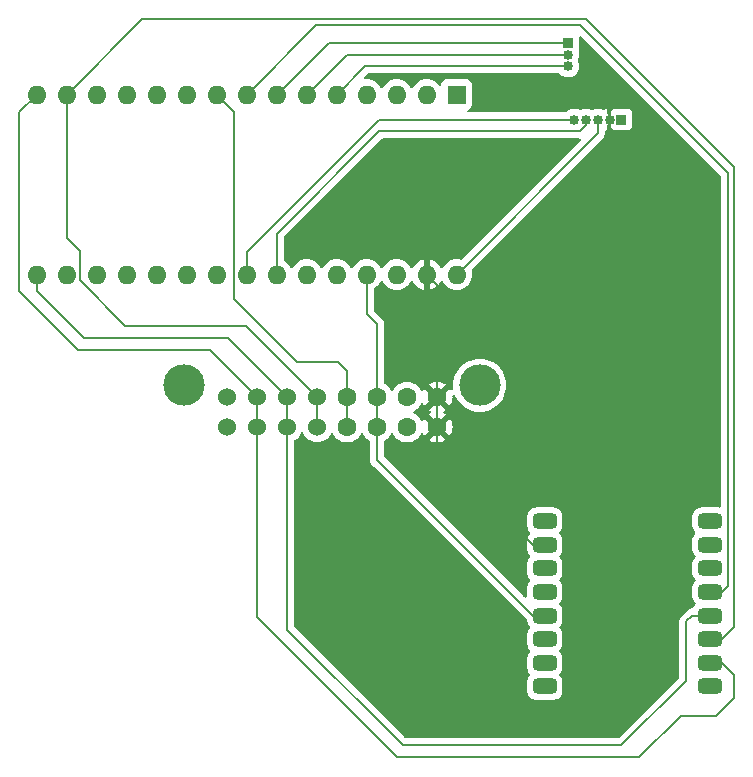
<source format=gbr>
%TF.GenerationSoftware,KiCad,Pcbnew,8.0.1*%
%TF.CreationDate,2024-06-07T19:00:36+02:00*%
%TF.ProjectId,PCB_Plaque_Basse,5043425f-506c-4617-9175-655f42617373,rev?*%
%TF.SameCoordinates,Original*%
%TF.FileFunction,Copper,L1,Top*%
%TF.FilePolarity,Positive*%
%FSLAX46Y46*%
G04 Gerber Fmt 4.6, Leading zero omitted, Abs format (unit mm)*
G04 Created by KiCad (PCBNEW 8.0.1) date 2024-06-07 19:00:36*
%MOMM*%
%LPD*%
G01*
G04 APERTURE LIST*
G04 Aperture macros list*
%AMRoundRect*
0 Rectangle with rounded corners*
0 $1 Rounding radius*
0 $2 $3 $4 $5 $6 $7 $8 $9 X,Y pos of 4 corners*
0 Add a 4 corners polygon primitive as box body*
4,1,4,$2,$3,$4,$5,$6,$7,$8,$9,$2,$3,0*
0 Add four circle primitives for the rounded corners*
1,1,$1+$1,$2,$3*
1,1,$1+$1,$4,$5*
1,1,$1+$1,$6,$7*
1,1,$1+$1,$8,$9*
0 Add four rect primitives between the rounded corners*
20,1,$1+$1,$2,$3,$4,$5,0*
20,1,$1+$1,$4,$5,$6,$7,0*
20,1,$1+$1,$6,$7,$8,$9,0*
20,1,$1+$1,$8,$9,$2,$3,0*%
G04 Aperture macros list end*
%TA.AperFunction,ComponentPad*%
%ADD10R,1.600000X1.600000*%
%TD*%
%TA.AperFunction,ComponentPad*%
%ADD11O,1.600000X1.600000*%
%TD*%
%TA.AperFunction,ComponentPad*%
%ADD12R,0.850000X0.850000*%
%TD*%
%TA.AperFunction,ComponentPad*%
%ADD13O,0.850000X0.850000*%
%TD*%
%TA.AperFunction,WasherPad*%
%ADD14C,3.500000*%
%TD*%
%TA.AperFunction,ComponentPad*%
%ADD15C,1.600000*%
%TD*%
%TA.AperFunction,ComponentPad*%
%ADD16C,1.524000*%
%TD*%
%TA.AperFunction,SMDPad,CuDef*%
%ADD17RoundRect,0.325000X0.675000X0.325000X-0.675000X0.325000X-0.675000X-0.325000X0.675000X-0.325000X0*%
%TD*%
%TA.AperFunction,Conductor*%
%ADD18C,0.200000*%
%TD*%
G04 APERTURE END LIST*
D10*
%TO.P,Arduino_Nano1,1,TxD*%
%TO.N,unconnected-(Arduino_Nano1-TxD-Pad1)*%
X148880000Y-64640000D03*
D11*
%TO.P,Arduino_Nano1,2,RxD*%
%TO.N,unconnected-(Arduino_Nano1-RxD-Pad2)*%
X146340000Y-64640000D03*
%TO.P,Arduino_Nano1,3,Reset*%
%TO.N,unconnected-(Arduino_Nano1-Reset-Pad3)*%
X143800000Y-64640000D03*
%TO.P,Arduino_Nano1,4,GND*%
%TO.N,unconnected-(Arduino_Nano1-GND-Pad4)*%
X141260000Y-64640000D03*
%TO.P,Arduino_Nano1,5,D2*%
%TO.N,Net-(Arduino_Nano1-D2)*%
X138720000Y-64640000D03*
%TO.P,Arduino_Nano1,6,D3*%
%TO.N,Net-(Arduino_Nano1-D3)*%
X136180000Y-64640000D03*
%TO.P,Arduino_Nano1,7,D4*%
%TO.N,Net-(Arduino_Nano1-D4)*%
X133640000Y-64640000D03*
%TO.P,Arduino_Nano1,8,D5*%
%TO.N,Net-(Arduino_Nano1-D5)*%
X131100000Y-64640000D03*
%TO.P,Arduino_Nano1,9,D6*%
%TO.N,Net-(Arduino_Nano1-D6)*%
X128560000Y-64640000D03*
%TO.P,Arduino_Nano1,10,D7*%
%TO.N,unconnected-(Arduino_Nano1-D7-Pad10)*%
X126020000Y-64640000D03*
%TO.P,Arduino_Nano1,11,D8*%
%TO.N,unconnected-(Arduino_Nano1-D8-Pad11)*%
X123480000Y-64640000D03*
%TO.P,Arduino_Nano1,12,D9*%
%TO.N,unconnected-(Arduino_Nano1-D9-Pad12)*%
X120940000Y-64640000D03*
%TO.P,Arduino_Nano1,13,D10*%
%TO.N,unconnected-(Arduino_Nano1-D10-Pad13)*%
X118400000Y-64640000D03*
%TO.P,Arduino_Nano1,14,D11*%
%TO.N,Net-(Arduino_Nano1-D11)*%
X115860000Y-64640000D03*
%TO.P,Arduino_Nano1,15,D12*%
%TO.N,Net-(Arduino_Nano1-D12)*%
X113320000Y-64640000D03*
%TO.P,Arduino_Nano1,16,D13*%
%TO.N,Net-(Arduino_Nano1-D13)*%
X113320000Y-79880000D03*
%TO.P,Arduino_Nano1,17,3V3*%
%TO.N,unconnected-(Arduino_Nano1-3V3-Pad17)*%
X115860000Y-79880000D03*
%TO.P,Arduino_Nano1,18,Aref*%
%TO.N,unconnected-(Arduino_Nano1-Aref-Pad18)*%
X118400000Y-79880000D03*
%TO.P,Arduino_Nano1,19,A0*%
%TO.N,unconnected-(Arduino_Nano1-A0-Pad19)*%
X120940000Y-79880000D03*
%TO.P,Arduino_Nano1,20,A1*%
%TO.N,unconnected-(Arduino_Nano1-A1-Pad20)*%
X123480000Y-79880000D03*
%TO.P,Arduino_Nano1,21,A2*%
%TO.N,unconnected-(Arduino_Nano1-A2-Pad21)*%
X126020000Y-79880000D03*
%TO.P,Arduino_Nano1,22,A3*%
%TO.N,unconnected-(Arduino_Nano1-A3-Pad22)*%
X128560000Y-79880000D03*
%TO.P,Arduino_Nano1,23,A4*%
%TO.N,Net-(Arduino_Nano1-A4)*%
X131100000Y-79880000D03*
%TO.P,Arduino_Nano1,24,A5*%
%TO.N,Net-(Arduino_Nano1-A5)*%
X133640000Y-79880000D03*
%TO.P,Arduino_Nano1,25,A6*%
%TO.N,unconnected-(Arduino_Nano1-A6-Pad25)*%
X136180000Y-79880000D03*
%TO.P,Arduino_Nano1,26,A7*%
%TO.N,unconnected-(Arduino_Nano1-A7-Pad26)*%
X138720000Y-79880000D03*
%TO.P,Arduino_Nano1,27,5V*%
%TO.N,Net-(Arduino_Nano1-5V)*%
X141260000Y-79880000D03*
%TO.P,Arduino_Nano1,28,Reset*%
%TO.N,unconnected-(Arduino_Nano1-Reset-Pad28)*%
X143800000Y-79880000D03*
%TO.P,Arduino_Nano1,29,GND*%
%TO.N,Net-(Inter_plaques1-GND)*%
X146340000Y-79880000D03*
%TO.P,Arduino_Nano1,30,Vin*%
%TO.N,Net-(Arduino_Nano1-Vin)*%
X148880000Y-79880000D03*
%TD*%
D12*
%TO.P,Inter_plaques1,1,5V*%
%TO.N,Net-(Arduino_Nano1-5V)*%
X162830000Y-66750000D03*
D13*
%TO.P,Inter_plaques1,2,GND*%
%TO.N,Net-(Inter_plaques1-GND)*%
X161830000Y-66750000D03*
%TO.P,Inter_plaques1,3,Vin*%
%TO.N,Net-(Arduino_Nano1-Vin)*%
X160830000Y-66750000D03*
%TO.P,Inter_plaques1,4,A5*%
%TO.N,Net-(Arduino_Nano1-A5)*%
X159830000Y-66750000D03*
%TO.P,Inter_plaques1,5,A4*%
%TO.N,Net-(Arduino_Nano1-A4)*%
X158830000Y-66750000D03*
%TD*%
D14*
%TO.P,Module_SD1,*%
%TO.N,*%
X125830000Y-89250000D03*
X150830000Y-89250000D03*
D15*
%TO.P,Module_SD1,1,GND*%
%TO.N,Net-(Inter_plaques1-GND)*%
X147220000Y-92790000D03*
X147220000Y-90250000D03*
%TO.P,Module_SD1,2,3V3*%
%TO.N,unconnected-(Module_SD1-3V3-Pad2)*%
X144680000Y-92790000D03*
X144680000Y-90250000D03*
%TO.P,Module_SD1,3,5V*%
%TO.N,Net-(Arduino_Nano1-5V)*%
X142140000Y-92790000D03*
X142140000Y-90250000D03*
%TO.P,Module_SD1,4,CS*%
%TO.N,Net-(Arduino_Nano1-D6)*%
X139600000Y-92790000D03*
X139600000Y-90250000D03*
D16*
%TO.P,Module_SD1,5,MOSI*%
%TO.N,Net-(Arduino_Nano1-D11)*%
X137060000Y-92790000D03*
X137060000Y-90250000D03*
%TO.P,Module_SD1,6,SCK*%
%TO.N,Net-(Arduino_Nano1-D13)*%
X134520000Y-92790000D03*
X134520000Y-90250000D03*
%TO.P,Module_SD1,7,MISO*%
%TO.N,Net-(Arduino_Nano1-D12)*%
X131980000Y-92790000D03*
X131980000Y-90250000D03*
%TO.P,Module_SD1,8,GND*%
%TO.N,unconnected-(Module_SD1-GND-Pad8)_0*%
X129440000Y-92790000D03*
X129440000Y-90250000D03*
%TD*%
D12*
%TO.P,Inter_in_c1,1,Jack*%
%TO.N,Net-(Arduino_Nano1-D4)*%
X158330000Y-60250000D03*
D13*
%TO.P,Inter_in_c1,2,SW_1*%
%TO.N,Net-(Arduino_Nano1-D3)*%
X158330000Y-61250000D03*
%TO.P,Inter_in_c1,3,SW_2*%
%TO.N,Net-(Arduino_Nano1-D2)*%
X158330000Y-62250000D03*
%TD*%
D17*
%TO.P,Module_LORA1,1,DI02*%
%TO.N,unconnected-(Module_LORA1-DI02-Pad1)*%
X156330000Y-114750000D03*
%TO.P,Module_LORA1,2,DI01*%
%TO.N,unconnected-(Module_LORA1-DI01-Pad2)*%
X156330000Y-112750000D03*
%TO.P,Module_LORA1,3,DI00*%
%TO.N,unconnected-(Module_LORA1-DI00-Pad3)*%
X156330000Y-110750000D03*
%TO.P,Module_LORA1,4,VDD*%
%TO.N,Net-(Arduino_Nano1-5V)*%
X156330000Y-108750000D03*
%TO.P,Module_LORA1,5,DI04*%
%TO.N,unconnected-(Module_LORA1-DI04-Pad5)*%
X156330000Y-106750000D03*
%TO.P,Module_LORA1,6,DI03*%
%TO.N,unconnected-(Module_LORA1-DI03-Pad6)*%
X156330000Y-104750000D03*
%TO.P,Module_LORA1,7,GND*%
%TO.N,Net-(Inter_plaques1-GND)*%
X156330000Y-102750000D03*
%TO.P,Module_LORA1,8,ANT*%
%TO.N,unconnected-(Module_LORA1-ANT-Pad8)*%
X156330000Y-100750000D03*
%TO.P,Module_LORA1,9,GND*%
%TO.N,unconnected-(Module_LORA1-GND-Pad9)*%
X170330000Y-114750000D03*
%TO.P,Module_LORA1,10,MISO*%
%TO.N,Net-(Arduino_Nano1-D12)*%
X170330000Y-112750000D03*
%TO.P,Module_LORA1,11,MOSI*%
%TO.N,Net-(Arduino_Nano1-D11)*%
X170330000Y-110750000D03*
%TO.P,Module_LORA1,12,SCK*%
%TO.N,Net-(Arduino_Nano1-D13)*%
X170330000Y-108750000D03*
%TO.P,Module_LORA1,13,NSS*%
%TO.N,Net-(Arduino_Nano1-D5)*%
X170330000Y-106750000D03*
%TO.P,Module_LORA1,14,RST*%
%TO.N,unconnected-(Module_LORA1-RST-Pad14)*%
X170330000Y-104750000D03*
%TO.P,Module_LORA1,15,DI05*%
%TO.N,unconnected-(Module_LORA1-DI05-Pad15)*%
X170330000Y-102750000D03*
%TO.P,Module_LORA1,16,GND*%
%TO.N,unconnected-(Module_LORA1-GND-Pad16)*%
X170330000Y-100750000D03*
%TD*%
D18*
%TO.N,Net-(Arduino_Nano1-D2)*%
X141110000Y-62250000D02*
X138720000Y-64640000D01*
X158330000Y-62250000D02*
X141110000Y-62250000D01*
%TO.N,Net-(Arduino_Nano1-Vin)*%
X160830000Y-66750000D02*
X160830000Y-67930000D01*
X160830000Y-67930000D02*
X148880000Y-79880000D01*
%TO.N,Net-(Inter_plaques1-GND)*%
X147220000Y-80760000D02*
X146340000Y-79880000D01*
X147220000Y-90250000D02*
X147220000Y-80760000D01*
X156330000Y-102750000D02*
X155330000Y-102750000D01*
X147220000Y-94640000D02*
X147220000Y-92790000D01*
X147220000Y-92790000D02*
X147220000Y-90250000D01*
X155330000Y-102750000D02*
X147220000Y-94640000D01*
%TO.N,Net-(Arduino_Nano1-D4)*%
X158330000Y-60250000D02*
X138030000Y-60250000D01*
X138030000Y-60250000D02*
X133640000Y-64640000D01*
%TO.N,Net-(Arduino_Nano1-A5)*%
X133640000Y-76440000D02*
X133640000Y-79880000D01*
X159830000Y-67250000D02*
X159330000Y-67750000D01*
X142330000Y-67750000D02*
X133640000Y-76440000D01*
X159830000Y-66750000D02*
X159830000Y-67250000D01*
X159330000Y-67750000D02*
X142330000Y-67750000D01*
%TO.N,Net-(Arduino_Nano1-5V)*%
X142140000Y-90250000D02*
X142140000Y-84060000D01*
X142140000Y-95560000D02*
X155330000Y-108750000D01*
X142140000Y-92790000D02*
X142140000Y-95560000D01*
X142140000Y-90250000D02*
X142140000Y-92790000D01*
X155330000Y-108750000D02*
X156330000Y-108750000D01*
X141260000Y-83180000D02*
X141260000Y-79880000D01*
X142140000Y-84060000D02*
X141260000Y-83180000D01*
%TO.N,Net-(Arduino_Nano1-D12)*%
X172330000Y-115750000D02*
X172330000Y-113750000D01*
X111830000Y-81250000D02*
X111830000Y-66130000D01*
X131980000Y-90250000D02*
X131980000Y-92790000D01*
X143830000Y-120750000D02*
X164330000Y-120750000D01*
X164330000Y-120750000D02*
X167830000Y-117250000D01*
X111830000Y-66130000D02*
X113320000Y-64640000D01*
X167830000Y-117250000D02*
X170830000Y-117250000D01*
X131980000Y-108900000D02*
X143830000Y-120750000D01*
X172330000Y-113750000D02*
X171329999Y-112750000D01*
X116830000Y-86250000D02*
X111830000Y-81250000D01*
X131980000Y-90250000D02*
X127980000Y-86250000D01*
X131980000Y-92790000D02*
X131980000Y-108900000D01*
X127980000Y-86250000D02*
X116830000Y-86250000D01*
X171329999Y-112750000D02*
X170330000Y-112750000D01*
X170830000Y-117250000D02*
X172330000Y-115750000D01*
%TO.N,Net-(Arduino_Nano1-D5)*%
X171830000Y-71250000D02*
X171830000Y-106250000D01*
X136990000Y-58750000D02*
X159330000Y-58750000D01*
X159330000Y-58750000D02*
X171830000Y-71250000D01*
X170330000Y-106750000D02*
X171330000Y-106750000D01*
X131100000Y-64640000D02*
X136990000Y-58750000D01*
X171330000Y-106750000D02*
X171830000Y-106250000D01*
%TO.N,Net-(Arduino_Nano1-D13)*%
X144330000Y-119750000D02*
X162830000Y-119750000D01*
X168330000Y-114250000D02*
X168330000Y-109250000D01*
X168830000Y-108750000D02*
X170330000Y-108750000D01*
X162830000Y-119750000D02*
X168330000Y-114250000D01*
X117330000Y-85250000D02*
X113320000Y-81240000D01*
X134520000Y-90250000D02*
X129520000Y-85250000D01*
X113320000Y-81240000D02*
X113320000Y-79880000D01*
X134520000Y-109940000D02*
X144330000Y-119750000D01*
X134520000Y-92790000D02*
X134520000Y-90250000D01*
X129520000Y-85250000D02*
X117330000Y-85250000D01*
X168330000Y-109250000D02*
X168830000Y-108750000D01*
X134520000Y-92790000D02*
X134520000Y-109940000D01*
%TO.N,Net-(Arduino_Nano1-D11)*%
X172330000Y-109750000D02*
X171329999Y-110750000D01*
X131060000Y-84250000D02*
X137060000Y-90250000D01*
X120830000Y-84250000D02*
X131060000Y-84250000D01*
X171329999Y-110750000D02*
X170330000Y-110750000D01*
X122250000Y-58250000D02*
X159830000Y-58250000D01*
X115860000Y-64640000D02*
X122250000Y-58250000D01*
X115860000Y-76780000D02*
X116960000Y-77880000D01*
X116960000Y-77880000D02*
X116960000Y-80380000D01*
X172330000Y-70750000D02*
X172330000Y-109750000D01*
X115860000Y-64640000D02*
X115860000Y-76780000D01*
X137060000Y-90250000D02*
X137060000Y-92790000D01*
X116960000Y-80380000D02*
X120830000Y-84250000D01*
X159830000Y-58250000D02*
X172330000Y-70750000D01*
%TO.N,Net-(Arduino_Nano1-D3)*%
X139570000Y-61250000D02*
X136180000Y-64640000D01*
X158330000Y-61250000D02*
X139570000Y-61250000D01*
%TO.N,Net-(Arduino_Nano1-A4)*%
X158830000Y-66750000D02*
X142330000Y-66750000D01*
X142330000Y-66750000D02*
X131100000Y-77980000D01*
X131100000Y-77980000D02*
X131100000Y-79880000D01*
%TO.N,Net-(Arduino_Nano1-D6)*%
X139600000Y-92790000D02*
X139600000Y-90250000D01*
X139600000Y-88020000D02*
X139600000Y-90250000D01*
X130000000Y-81920000D02*
X135330000Y-87250000D01*
X128560000Y-64640000D02*
X130000000Y-66080000D01*
X130000000Y-66080000D02*
X130000000Y-81920000D01*
X135330000Y-87250000D02*
X138830000Y-87250000D01*
X138830000Y-87250000D02*
X139600000Y-88020000D01*
%TD*%
%TA.AperFunction,Conductor*%
%TO.N,Net-(Inter_plaques1-GND)*%
G36*
X159460702Y-59730383D02*
G01*
X159467180Y-59736415D01*
X171193181Y-71462416D01*
X171226666Y-71523739D01*
X171229500Y-71550097D01*
X171229500Y-99477162D01*
X171209815Y-99544201D01*
X171157011Y-99589956D01*
X171097113Y-99600878D01*
X171076787Y-99599500D01*
X171076784Y-99599500D01*
X169583216Y-99599500D01*
X169567089Y-99600593D01*
X169542897Y-99602234D01*
X169368649Y-99645567D01*
X169207790Y-99725346D01*
X169067841Y-99837840D01*
X169067840Y-99837841D01*
X168955346Y-99977790D01*
X168875567Y-100138649D01*
X168832234Y-100312897D01*
X168829500Y-100353218D01*
X168829500Y-101146781D01*
X168832234Y-101187102D01*
X168875567Y-101361350D01*
X168955346Y-101522209D01*
X169067840Y-101662158D01*
X169068001Y-101662319D01*
X169068067Y-101662440D01*
X169072053Y-101667399D01*
X169071164Y-101668112D01*
X169101486Y-101723642D01*
X169096502Y-101793334D01*
X169071533Y-101832183D01*
X169072053Y-101832601D01*
X169068126Y-101837486D01*
X169068001Y-101837681D01*
X169067840Y-101837841D01*
X168955346Y-101977790D01*
X168875567Y-102138649D01*
X168832234Y-102312897D01*
X168829500Y-102353218D01*
X168829500Y-103146781D01*
X168832234Y-103187102D01*
X168875567Y-103361350D01*
X168955346Y-103522209D01*
X169067840Y-103662158D01*
X169068001Y-103662319D01*
X169068067Y-103662440D01*
X169072053Y-103667399D01*
X169071164Y-103668112D01*
X169101486Y-103723642D01*
X169096502Y-103793334D01*
X169071533Y-103832183D01*
X169072053Y-103832601D01*
X169068126Y-103837486D01*
X169068001Y-103837681D01*
X169067840Y-103837841D01*
X168955346Y-103977790D01*
X168875567Y-104138649D01*
X168832234Y-104312897D01*
X168829500Y-104353218D01*
X168829500Y-105146781D01*
X168832234Y-105187102D01*
X168875567Y-105361350D01*
X168955346Y-105522209D01*
X169067840Y-105662158D01*
X169068001Y-105662319D01*
X169068067Y-105662440D01*
X169072053Y-105667399D01*
X169071164Y-105668112D01*
X169101486Y-105723642D01*
X169096502Y-105793334D01*
X169071533Y-105832183D01*
X169072053Y-105832601D01*
X169068126Y-105837486D01*
X169068001Y-105837681D01*
X169067840Y-105837841D01*
X168955346Y-105977790D01*
X168875567Y-106138649D01*
X168832234Y-106312897D01*
X168829500Y-106353218D01*
X168829500Y-107146781D01*
X168832234Y-107187102D01*
X168875567Y-107361350D01*
X168955346Y-107522209D01*
X169067840Y-107662158D01*
X169068001Y-107662319D01*
X169068067Y-107662440D01*
X169072053Y-107667399D01*
X169071164Y-107668112D01*
X169101486Y-107723642D01*
X169096502Y-107793334D01*
X169071533Y-107832183D01*
X169072053Y-107832601D01*
X169068126Y-107837486D01*
X169068001Y-107837681D01*
X169067840Y-107837841D01*
X168955346Y-107977790D01*
X168955344Y-107977793D01*
X168904361Y-108080593D01*
X168856940Y-108131906D01*
X168793273Y-108149499D01*
X168750943Y-108149499D01*
X168674579Y-108169961D01*
X168598214Y-108190423D01*
X168598209Y-108190426D01*
X168461290Y-108269475D01*
X168461282Y-108269481D01*
X167954217Y-108776546D01*
X167954214Y-108776548D01*
X167954215Y-108776549D01*
X167849478Y-108881286D01*
X167799361Y-108968094D01*
X167799359Y-108968096D01*
X167770425Y-109018209D01*
X167770424Y-109018210D01*
X167770423Y-109018215D01*
X167729499Y-109170943D01*
X167729499Y-109170945D01*
X167729499Y-109339046D01*
X167729500Y-109339059D01*
X167729500Y-113949902D01*
X167709815Y-114016941D01*
X167693181Y-114037583D01*
X162617584Y-119113181D01*
X162556261Y-119146666D01*
X162529903Y-119149500D01*
X144630097Y-119149500D01*
X144563058Y-119129815D01*
X144542416Y-119113181D01*
X135156819Y-109727584D01*
X135123334Y-109666261D01*
X135120500Y-109639903D01*
X135120500Y-93975304D01*
X135140185Y-93908265D01*
X135173375Y-93873730D01*
X135334620Y-93760826D01*
X135490826Y-93604620D01*
X135617534Y-93423662D01*
X135677618Y-93294811D01*
X135723790Y-93242371D01*
X135790983Y-93223219D01*
X135857865Y-93243435D01*
X135902382Y-93294811D01*
X135962464Y-93423658D01*
X135962468Y-93423666D01*
X136089170Y-93604615D01*
X136089175Y-93604621D01*
X136245378Y-93760824D01*
X136245384Y-93760829D01*
X136426333Y-93887531D01*
X136426335Y-93887532D01*
X136426338Y-93887534D01*
X136626550Y-93980894D01*
X136839932Y-94038070D01*
X136997123Y-94051822D01*
X137059998Y-94057323D01*
X137060000Y-94057323D01*
X137060002Y-94057323D01*
X137115017Y-94052509D01*
X137280068Y-94038070D01*
X137493450Y-93980894D01*
X137693662Y-93887534D01*
X137874620Y-93760826D01*
X138030826Y-93604620D01*
X138157534Y-93423662D01*
X138196654Y-93339767D01*
X138242826Y-93287328D01*
X138310019Y-93268176D01*
X138376900Y-93288391D01*
X138421416Y-93339765D01*
X138442107Y-93384135D01*
X138469431Y-93442732D01*
X138469432Y-93442734D01*
X138599954Y-93629141D01*
X138760858Y-93790045D01*
X138760861Y-93790047D01*
X138947266Y-93920568D01*
X139153504Y-94016739D01*
X139373308Y-94075635D01*
X139535230Y-94089801D01*
X139599998Y-94095468D01*
X139600000Y-94095468D01*
X139600002Y-94095468D01*
X139656673Y-94090509D01*
X139826692Y-94075635D01*
X140046496Y-94016739D01*
X140252734Y-93920568D01*
X140439139Y-93790047D01*
X140600047Y-93629139D01*
X140730568Y-93442734D01*
X140757618Y-93384724D01*
X140803790Y-93332285D01*
X140870983Y-93313133D01*
X140937865Y-93333348D01*
X140982382Y-93384725D01*
X141009429Y-93442728D01*
X141009432Y-93442734D01*
X141139954Y-93629141D01*
X141300858Y-93790045D01*
X141300861Y-93790047D01*
X141486624Y-93920118D01*
X141530248Y-93974693D01*
X141539500Y-94021692D01*
X141539500Y-95473330D01*
X141539499Y-95473348D01*
X141539499Y-95639054D01*
X141539498Y-95639054D01*
X141580423Y-95791785D01*
X141609358Y-95841900D01*
X141609359Y-95841904D01*
X141609360Y-95841904D01*
X141659479Y-95928714D01*
X141659481Y-95928717D01*
X141778349Y-96047585D01*
X141778355Y-96047590D01*
X154793223Y-109062458D01*
X154826708Y-109123781D01*
X154829316Y-109144690D01*
X154829358Y-109144688D01*
X154829408Y-109145429D01*
X154829470Y-109145924D01*
X154829498Y-109146757D01*
X154832234Y-109187102D01*
X154875567Y-109361350D01*
X154955346Y-109522209D01*
X155067840Y-109662158D01*
X155068001Y-109662319D01*
X155068067Y-109662440D01*
X155072053Y-109667399D01*
X155071164Y-109668112D01*
X155101486Y-109723642D01*
X155096502Y-109793334D01*
X155071533Y-109832183D01*
X155072053Y-109832601D01*
X155068126Y-109837486D01*
X155068001Y-109837681D01*
X155067840Y-109837841D01*
X154955346Y-109977790D01*
X154875567Y-110138649D01*
X154832234Y-110312897D01*
X154829500Y-110353218D01*
X154829500Y-111146781D01*
X154832234Y-111187102D01*
X154875567Y-111361350D01*
X154955346Y-111522209D01*
X155067840Y-111662158D01*
X155068001Y-111662319D01*
X155068067Y-111662440D01*
X155072053Y-111667399D01*
X155071164Y-111668112D01*
X155101486Y-111723642D01*
X155096502Y-111793334D01*
X155071533Y-111832183D01*
X155072053Y-111832601D01*
X155068126Y-111837486D01*
X155068001Y-111837681D01*
X155067840Y-111837841D01*
X154955346Y-111977790D01*
X154875567Y-112138649D01*
X154832234Y-112312897D01*
X154829500Y-112353218D01*
X154829500Y-113146781D01*
X154832234Y-113187102D01*
X154875567Y-113361350D01*
X154955346Y-113522209D01*
X155067839Y-113662157D01*
X155068001Y-113662319D01*
X155068067Y-113662440D01*
X155072053Y-113667399D01*
X155071164Y-113668112D01*
X155101486Y-113723642D01*
X155096502Y-113793334D01*
X155071533Y-113832183D01*
X155072053Y-113832601D01*
X155068126Y-113837486D01*
X155068001Y-113837681D01*
X155067840Y-113837841D01*
X154955346Y-113977790D01*
X154875567Y-114138649D01*
X154832234Y-114312897D01*
X154829500Y-114353218D01*
X154829500Y-115146781D01*
X154832234Y-115187102D01*
X154875567Y-115361350D01*
X154955346Y-115522209D01*
X154955347Y-115522210D01*
X155067841Y-115662159D01*
X155207790Y-115774653D01*
X155368651Y-115854433D01*
X155542900Y-115897766D01*
X155583216Y-115900500D01*
X155583218Y-115900500D01*
X157076782Y-115900500D01*
X157076784Y-115900500D01*
X157117100Y-115897766D01*
X157291349Y-115854433D01*
X157452210Y-115774653D01*
X157592159Y-115662159D01*
X157704653Y-115522210D01*
X157784433Y-115361349D01*
X157827766Y-115187100D01*
X157830500Y-115146784D01*
X157830500Y-114353216D01*
X157827766Y-114312900D01*
X157784433Y-114138651D01*
X157704653Y-113977790D01*
X157592159Y-113837841D01*
X157591999Y-113837681D01*
X157591932Y-113837559D01*
X157587947Y-113832601D01*
X157588835Y-113831887D01*
X157558514Y-113776358D01*
X157563498Y-113706666D01*
X157588466Y-113667816D01*
X157587947Y-113667399D01*
X157591873Y-113662513D01*
X157591999Y-113662319D01*
X157592161Y-113662157D01*
X157629059Y-113616252D01*
X157704653Y-113522210D01*
X157784433Y-113361349D01*
X157827766Y-113187100D01*
X157830500Y-113146784D01*
X157830500Y-112353216D01*
X157827766Y-112312900D01*
X157784433Y-112138651D01*
X157704653Y-111977790D01*
X157592159Y-111837841D01*
X157591999Y-111837681D01*
X157591932Y-111837559D01*
X157587947Y-111832601D01*
X157588835Y-111831887D01*
X157558514Y-111776358D01*
X157563498Y-111706666D01*
X157588466Y-111667816D01*
X157587947Y-111667399D01*
X157591873Y-111662513D01*
X157591999Y-111662319D01*
X157592154Y-111662162D01*
X157592159Y-111662159D01*
X157704653Y-111522210D01*
X157784433Y-111361349D01*
X157827766Y-111187100D01*
X157830500Y-111146784D01*
X157830500Y-110353216D01*
X157827766Y-110312900D01*
X157784433Y-110138651D01*
X157704653Y-109977790D01*
X157592159Y-109837841D01*
X157591999Y-109837681D01*
X157591932Y-109837559D01*
X157587947Y-109832601D01*
X157588835Y-109831887D01*
X157558514Y-109776358D01*
X157563498Y-109706666D01*
X157588466Y-109667816D01*
X157587947Y-109667399D01*
X157591873Y-109662513D01*
X157591999Y-109662319D01*
X157592154Y-109662162D01*
X157592159Y-109662159D01*
X157704653Y-109522210D01*
X157784433Y-109361349D01*
X157827766Y-109187100D01*
X157830500Y-109146784D01*
X157830500Y-108353216D01*
X157827766Y-108312900D01*
X157784433Y-108138651D01*
X157704653Y-107977790D01*
X157592159Y-107837841D01*
X157591999Y-107837681D01*
X157591932Y-107837559D01*
X157587947Y-107832601D01*
X157588835Y-107831887D01*
X157558514Y-107776358D01*
X157563498Y-107706666D01*
X157588466Y-107667816D01*
X157587947Y-107667399D01*
X157591873Y-107662513D01*
X157591999Y-107662319D01*
X157592154Y-107662162D01*
X157592159Y-107662159D01*
X157704653Y-107522210D01*
X157784433Y-107361349D01*
X157827766Y-107187100D01*
X157830500Y-107146784D01*
X157830500Y-106353216D01*
X157827766Y-106312900D01*
X157784433Y-106138651D01*
X157704653Y-105977790D01*
X157592159Y-105837841D01*
X157591999Y-105837681D01*
X157591932Y-105837559D01*
X157587947Y-105832601D01*
X157588835Y-105831887D01*
X157558514Y-105776358D01*
X157563498Y-105706666D01*
X157588466Y-105667816D01*
X157587947Y-105667399D01*
X157591873Y-105662513D01*
X157591999Y-105662319D01*
X157592154Y-105662162D01*
X157592159Y-105662159D01*
X157704653Y-105522210D01*
X157784433Y-105361349D01*
X157827766Y-105187100D01*
X157830500Y-105146784D01*
X157830500Y-104353216D01*
X157827766Y-104312900D01*
X157784433Y-104138651D01*
X157704653Y-103977790D01*
X157592159Y-103837841D01*
X157591643Y-103837325D01*
X157591428Y-103836932D01*
X157587947Y-103832601D01*
X157588722Y-103831977D01*
X157558158Y-103776002D01*
X157563142Y-103706310D01*
X157588110Y-103667460D01*
X157587591Y-103667043D01*
X157591517Y-103662157D01*
X157591643Y-103661963D01*
X157591803Y-103661802D01*
X157704229Y-103521938D01*
X157704231Y-103521935D01*
X157783958Y-103361180D01*
X157827267Y-103187034D01*
X157830000Y-103146741D01*
X157830000Y-102353258D01*
X157827267Y-102312965D01*
X157783958Y-102138819D01*
X157704231Y-101978064D01*
X157704229Y-101978061D01*
X157591803Y-101838197D01*
X157591643Y-101838037D01*
X157591576Y-101837915D01*
X157587591Y-101832957D01*
X157588479Y-101832243D01*
X157558158Y-101776714D01*
X157563142Y-101707022D01*
X157588382Y-101667748D01*
X157587947Y-101667399D01*
X157591239Y-101663303D01*
X157591643Y-101662675D01*
X157592153Y-101662163D01*
X157592159Y-101662159D01*
X157704653Y-101522210D01*
X157784433Y-101361349D01*
X157827766Y-101187100D01*
X157830500Y-101146784D01*
X157830500Y-100353216D01*
X157827766Y-100312900D01*
X157784433Y-100138651D01*
X157704653Y-99977790D01*
X157592159Y-99837841D01*
X157452210Y-99725347D01*
X157452209Y-99725346D01*
X157291350Y-99645567D01*
X157117102Y-99602234D01*
X157117103Y-99602234D01*
X157092910Y-99600593D01*
X157076784Y-99599500D01*
X155583216Y-99599500D01*
X155567089Y-99600593D01*
X155542897Y-99602234D01*
X155368649Y-99645567D01*
X155207790Y-99725346D01*
X155067841Y-99837840D01*
X155067840Y-99837841D01*
X154955346Y-99977790D01*
X154875567Y-100138649D01*
X154832234Y-100312897D01*
X154829500Y-100353218D01*
X154829500Y-101146781D01*
X154832234Y-101187102D01*
X154875567Y-101361350D01*
X154955346Y-101522209D01*
X155067840Y-101662158D01*
X155068356Y-101662674D01*
X155068570Y-101663066D01*
X155072053Y-101667399D01*
X155071276Y-101668022D01*
X155101841Y-101723997D01*
X155096857Y-101793689D01*
X155071892Y-101832541D01*
X155072409Y-101832957D01*
X155068506Y-101837812D01*
X155068374Y-101838018D01*
X155068204Y-101838187D01*
X154955770Y-101978061D01*
X154955768Y-101978064D01*
X154876041Y-102138819D01*
X154832732Y-102312965D01*
X154830000Y-102353258D01*
X154830000Y-103146741D01*
X154832732Y-103187034D01*
X154876041Y-103361180D01*
X154955768Y-103521935D01*
X154955770Y-103521938D01*
X155068196Y-103661802D01*
X155068357Y-103661963D01*
X155068423Y-103662084D01*
X155072409Y-103667043D01*
X155071520Y-103667756D01*
X155101842Y-103723286D01*
X155096858Y-103792978D01*
X155071617Y-103832251D01*
X155072053Y-103832601D01*
X155068760Y-103836696D01*
X155068357Y-103837325D01*
X155067840Y-103837841D01*
X154955346Y-103977790D01*
X154875567Y-104138649D01*
X154832234Y-104312897D01*
X154829500Y-104353218D01*
X154829500Y-105146781D01*
X154832234Y-105187102D01*
X154875567Y-105361350D01*
X154955346Y-105522209D01*
X155067840Y-105662158D01*
X155068001Y-105662319D01*
X155068067Y-105662440D01*
X155072053Y-105667399D01*
X155071164Y-105668112D01*
X155101486Y-105723642D01*
X155096502Y-105793334D01*
X155071533Y-105832183D01*
X155072053Y-105832601D01*
X155068126Y-105837486D01*
X155068001Y-105837681D01*
X155067840Y-105837841D01*
X154955346Y-105977790D01*
X154875567Y-106138649D01*
X154832234Y-106312897D01*
X154829500Y-106353218D01*
X154829500Y-107100903D01*
X154809815Y-107167942D01*
X154757011Y-107213697D01*
X154687853Y-107223641D01*
X154624297Y-107194616D01*
X154617819Y-107188584D01*
X142776819Y-95347584D01*
X142743334Y-95286261D01*
X142740500Y-95259903D01*
X142740500Y-94021692D01*
X142760185Y-93954653D01*
X142793374Y-93920119D01*
X142979139Y-93790047D01*
X143140047Y-93629139D01*
X143270568Y-93442734D01*
X143297618Y-93384724D01*
X143343790Y-93332285D01*
X143410983Y-93313133D01*
X143477865Y-93333348D01*
X143522382Y-93384725D01*
X143549429Y-93442728D01*
X143549432Y-93442734D01*
X143679954Y-93629141D01*
X143840858Y-93790045D01*
X143840861Y-93790047D01*
X144027266Y-93920568D01*
X144233504Y-94016739D01*
X144453308Y-94075635D01*
X144615230Y-94089801D01*
X144679998Y-94095468D01*
X144680000Y-94095468D01*
X144680002Y-94095468D01*
X144736673Y-94090509D01*
X144906692Y-94075635D01*
X145126496Y-94016739D01*
X145332734Y-93920568D01*
X145519139Y-93790047D01*
X145680047Y-93629139D01*
X145810568Y-93442734D01*
X145837893Y-93384134D01*
X145884065Y-93331695D01*
X145951258Y-93312543D01*
X146018139Y-93332758D01*
X146062657Y-93384134D01*
X146089864Y-93442480D01*
X146140974Y-93515472D01*
X146737037Y-92919409D01*
X146754075Y-92982993D01*
X146819901Y-93097007D01*
X146912993Y-93190099D01*
X147027007Y-93255925D01*
X147090590Y-93272962D01*
X146494526Y-93869025D01*
X146567513Y-93920132D01*
X146567521Y-93920136D01*
X146773668Y-94016264D01*
X146773682Y-94016269D01*
X146993389Y-94075139D01*
X146993400Y-94075141D01*
X147219998Y-94094966D01*
X147220002Y-94094966D01*
X147446599Y-94075141D01*
X147446610Y-94075139D01*
X147666317Y-94016269D01*
X147666331Y-94016264D01*
X147872478Y-93920136D01*
X147945471Y-93869024D01*
X147349409Y-93272962D01*
X147412993Y-93255925D01*
X147527007Y-93190099D01*
X147620099Y-93097007D01*
X147685925Y-92982993D01*
X147702962Y-92919409D01*
X148299024Y-93515471D01*
X148350136Y-93442478D01*
X148446264Y-93236331D01*
X148446269Y-93236317D01*
X148505139Y-93016610D01*
X148505141Y-93016599D01*
X148524966Y-92790002D01*
X148524966Y-92789997D01*
X148505141Y-92563400D01*
X148505139Y-92563389D01*
X148446269Y-92343682D01*
X148446264Y-92343668D01*
X148350136Y-92137521D01*
X148350132Y-92137513D01*
X148299025Y-92064526D01*
X147702962Y-92660589D01*
X147685925Y-92597007D01*
X147620099Y-92482993D01*
X147527007Y-92389901D01*
X147412993Y-92324075D01*
X147349410Y-92307037D01*
X147945472Y-91710974D01*
X147872478Y-91659863D01*
X147813544Y-91632382D01*
X147761104Y-91586210D01*
X147741952Y-91519017D01*
X147762167Y-91452136D01*
X147813544Y-91407618D01*
X147872478Y-91380136D01*
X147945471Y-91329024D01*
X147349409Y-90732962D01*
X147412993Y-90715925D01*
X147527007Y-90650099D01*
X147620099Y-90557007D01*
X147685925Y-90442993D01*
X147702962Y-90379409D01*
X148299024Y-90975471D01*
X148350136Y-90902478D01*
X148446264Y-90696331D01*
X148446269Y-90696317D01*
X148505139Y-90476610D01*
X148505141Y-90476599D01*
X148524966Y-90250002D01*
X148524966Y-90250000D01*
X148520266Y-90196289D01*
X148534032Y-90127789D01*
X148582646Y-90077605D01*
X148650675Y-90061671D01*
X148716519Y-90085045D01*
X148755006Y-90130636D01*
X148876825Y-90377660D01*
X148876829Y-90377667D01*
X149040725Y-90622955D01*
X149235241Y-90844758D01*
X149457044Y-91039274D01*
X149702332Y-91203170D01*
X149702335Y-91203172D01*
X149966923Y-91333652D01*
X150246278Y-91428481D01*
X150535620Y-91486034D01*
X150563888Y-91487886D01*
X150829993Y-91505329D01*
X150830000Y-91505329D01*
X150830007Y-91505329D01*
X151065675Y-91489881D01*
X151124380Y-91486034D01*
X151413722Y-91428481D01*
X151693077Y-91333652D01*
X151957665Y-91203172D01*
X152202957Y-91039273D01*
X152424758Y-90844758D01*
X152619273Y-90622957D01*
X152783172Y-90377665D01*
X152913652Y-90113077D01*
X153008481Y-89833722D01*
X153066034Y-89544380D01*
X153073179Y-89435377D01*
X153085329Y-89250007D01*
X153085329Y-89249992D01*
X153066640Y-88964860D01*
X153066034Y-88955620D01*
X153008481Y-88666278D01*
X152913652Y-88386923D01*
X152783172Y-88122336D01*
X152619273Y-87877043D01*
X152541372Y-87788214D01*
X152424758Y-87655241D01*
X152202955Y-87460725D01*
X151957667Y-87296829D01*
X151957660Y-87296825D01*
X151693080Y-87166349D01*
X151413730Y-87071521D01*
X151413724Y-87071519D01*
X151413722Y-87071519D01*
X151124380Y-87013966D01*
X151124373Y-87013965D01*
X151124363Y-87013964D01*
X150830007Y-86994671D01*
X150829993Y-86994671D01*
X150535636Y-87013964D01*
X150535624Y-87013965D01*
X150535620Y-87013966D01*
X150535612Y-87013967D01*
X150535609Y-87013968D01*
X150246283Y-87071518D01*
X150246269Y-87071521D01*
X149966919Y-87166349D01*
X149702334Y-87296828D01*
X149457041Y-87460728D01*
X149235241Y-87655241D01*
X149040728Y-87877041D01*
X148876828Y-88122334D01*
X148746349Y-88386919D01*
X148651521Y-88666269D01*
X148651518Y-88666283D01*
X148593968Y-88955609D01*
X148593964Y-88955636D01*
X148574671Y-89249992D01*
X148574671Y-89250007D01*
X148593965Y-89544378D01*
X148594479Y-89548280D01*
X148583713Y-89617315D01*
X148537332Y-89669570D01*
X148470063Y-89688455D01*
X148403263Y-89667974D01*
X148359158Y-89616868D01*
X148350136Y-89597521D01*
X148350132Y-89597513D01*
X148299025Y-89524526D01*
X147702962Y-90120589D01*
X147685925Y-90057007D01*
X147620099Y-89942993D01*
X147527007Y-89849901D01*
X147412993Y-89784075D01*
X147349410Y-89767037D01*
X147945472Y-89170974D01*
X147872478Y-89119863D01*
X147666331Y-89023735D01*
X147666317Y-89023730D01*
X147446610Y-88964860D01*
X147446599Y-88964858D01*
X147220002Y-88945034D01*
X147219998Y-88945034D01*
X146993400Y-88964858D01*
X146993389Y-88964860D01*
X146773682Y-89023730D01*
X146773673Y-89023734D01*
X146567516Y-89119866D01*
X146567512Y-89119868D01*
X146494526Y-89170973D01*
X146494526Y-89170974D01*
X147090590Y-89767037D01*
X147027007Y-89784075D01*
X146912993Y-89849901D01*
X146819901Y-89942993D01*
X146754075Y-90057007D01*
X146737037Y-90120589D01*
X146140974Y-89524526D01*
X146140973Y-89524526D01*
X146089868Y-89597512D01*
X146089868Y-89597513D01*
X146062657Y-89655867D01*
X146016484Y-89708306D01*
X145949290Y-89727457D01*
X145882409Y-89707241D01*
X145837893Y-89655865D01*
X145819708Y-89616868D01*
X145810568Y-89597266D01*
X145680047Y-89410861D01*
X145680045Y-89410858D01*
X145519141Y-89249954D01*
X145332734Y-89119432D01*
X145332732Y-89119431D01*
X145126497Y-89023261D01*
X145126488Y-89023258D01*
X144906697Y-88964366D01*
X144906693Y-88964365D01*
X144906692Y-88964365D01*
X144906691Y-88964364D01*
X144906686Y-88964364D01*
X144680002Y-88944532D01*
X144679998Y-88944532D01*
X144453313Y-88964364D01*
X144453302Y-88964366D01*
X144233511Y-89023258D01*
X144233502Y-89023261D01*
X144027267Y-89119431D01*
X144027265Y-89119432D01*
X143840858Y-89249954D01*
X143679954Y-89410858D01*
X143549432Y-89597265D01*
X143549431Y-89597267D01*
X143522382Y-89655275D01*
X143476209Y-89707714D01*
X143409016Y-89726866D01*
X143342135Y-89706650D01*
X143297618Y-89655275D01*
X143279917Y-89617315D01*
X143270568Y-89597266D01*
X143140047Y-89410861D01*
X143140045Y-89410858D01*
X142979140Y-89249953D01*
X142793377Y-89119881D01*
X142749752Y-89065304D01*
X142740500Y-89018306D01*
X142740500Y-84149059D01*
X142740501Y-84149046D01*
X142740501Y-83980945D01*
X142740501Y-83980943D01*
X142699577Y-83828215D01*
X142652565Y-83746788D01*
X142620520Y-83691284D01*
X142508716Y-83579480D01*
X142508715Y-83579479D01*
X142504385Y-83575149D01*
X142504374Y-83575139D01*
X141896819Y-82967584D01*
X141863334Y-82906261D01*
X141860500Y-82879903D01*
X141860500Y-81111692D01*
X141880185Y-81044653D01*
X141913374Y-81010119D01*
X142099139Y-80880047D01*
X142260047Y-80719139D01*
X142390568Y-80532734D01*
X142417618Y-80474724D01*
X142463790Y-80422285D01*
X142530983Y-80403133D01*
X142597865Y-80423348D01*
X142642382Y-80474725D01*
X142669429Y-80532728D01*
X142669432Y-80532734D01*
X142799954Y-80719141D01*
X142960858Y-80880045D01*
X142960861Y-80880047D01*
X143147266Y-81010568D01*
X143353504Y-81106739D01*
X143353509Y-81106740D01*
X143353511Y-81106741D01*
X143406415Y-81120916D01*
X143573308Y-81165635D01*
X143735230Y-81179801D01*
X143799998Y-81185468D01*
X143800000Y-81185468D01*
X143800002Y-81185468D01*
X143856673Y-81180509D01*
X144026692Y-81165635D01*
X144246496Y-81106739D01*
X144452734Y-81010568D01*
X144639139Y-80880047D01*
X144800047Y-80719139D01*
X144930568Y-80532734D01*
X144957895Y-80474129D01*
X145004064Y-80421695D01*
X145071257Y-80402542D01*
X145138139Y-80422757D01*
X145182657Y-80474133D01*
X145209865Y-80532482D01*
X145340342Y-80718820D01*
X145501179Y-80879657D01*
X145687517Y-81010134D01*
X145893673Y-81106265D01*
X145893682Y-81106269D01*
X146089999Y-81158872D01*
X146090000Y-81158871D01*
X146090000Y-80313012D01*
X146147007Y-80345925D01*
X146274174Y-80380000D01*
X146405826Y-80380000D01*
X146532993Y-80345925D01*
X146590000Y-80313012D01*
X146590000Y-81158872D01*
X146786317Y-81106269D01*
X146786326Y-81106265D01*
X146992482Y-81010134D01*
X147178820Y-80879657D01*
X147339657Y-80718820D01*
X147470132Y-80532484D01*
X147497341Y-80474134D01*
X147543513Y-80421695D01*
X147610707Y-80402542D01*
X147677588Y-80422757D01*
X147722106Y-80474133D01*
X147749431Y-80532732D01*
X147749432Y-80532734D01*
X147879954Y-80719141D01*
X148040858Y-80880045D01*
X148040861Y-80880047D01*
X148227266Y-81010568D01*
X148433504Y-81106739D01*
X148433509Y-81106740D01*
X148433511Y-81106741D01*
X148486415Y-81120916D01*
X148653308Y-81165635D01*
X148815230Y-81179801D01*
X148879998Y-81185468D01*
X148880000Y-81185468D01*
X148880002Y-81185468D01*
X148936673Y-81180509D01*
X149106692Y-81165635D01*
X149326496Y-81106739D01*
X149532734Y-81010568D01*
X149719139Y-80880047D01*
X149880047Y-80719139D01*
X150010568Y-80532734D01*
X150106739Y-80326496D01*
X150165635Y-80106692D01*
X150185468Y-79880000D01*
X150165635Y-79653308D01*
X150145082Y-79576604D01*
X150139847Y-79557066D01*
X150141510Y-79487217D01*
X150171939Y-79437294D01*
X161188506Y-68420728D01*
X161188511Y-68420724D01*
X161198714Y-68410520D01*
X161198716Y-68410520D01*
X161310520Y-68298716D01*
X161335326Y-68255751D01*
X161377987Y-68181860D01*
X161377988Y-68181858D01*
X161382690Y-68173712D01*
X161389577Y-68161785D01*
X161430500Y-68009057D01*
X161430500Y-67850943D01*
X161430500Y-67763875D01*
X161450185Y-67696836D01*
X161502989Y-67651081D01*
X161572147Y-67641137D01*
X161579989Y-67642532D01*
X161580000Y-67642524D01*
X161580000Y-67335189D01*
X161596612Y-67273190D01*
X161673114Y-67140683D01*
X161723679Y-67092470D01*
X161792286Y-67079246D01*
X161857151Y-67105214D01*
X161897680Y-67162128D01*
X161904500Y-67202680D01*
X161904500Y-67222867D01*
X161904501Y-67222876D01*
X161910908Y-67282483D01*
X161961202Y-67417328D01*
X161961203Y-67417329D01*
X161961204Y-67417331D01*
X162045646Y-67530131D01*
X162052769Y-67539646D01*
X162050529Y-67541322D01*
X162077161Y-67590072D01*
X162080000Y-67616454D01*
X162080000Y-67642524D01*
X162117410Y-67634574D01*
X162123063Y-67632737D01*
X162192904Y-67630735D01*
X162204721Y-67634480D01*
X162297517Y-67669091D01*
X162297516Y-67669091D01*
X162304444Y-67669835D01*
X162357127Y-67675500D01*
X163302872Y-67675499D01*
X163362483Y-67669091D01*
X163497331Y-67618796D01*
X163612546Y-67532546D01*
X163698796Y-67417331D01*
X163749091Y-67282483D01*
X163755500Y-67222873D01*
X163755499Y-66277128D01*
X163749091Y-66217517D01*
X163743679Y-66203008D01*
X163698797Y-66082671D01*
X163698793Y-66082664D01*
X163612547Y-65967455D01*
X163612544Y-65967452D01*
X163497335Y-65881206D01*
X163497328Y-65881202D01*
X163362482Y-65830908D01*
X163362483Y-65830908D01*
X163302883Y-65824501D01*
X163302881Y-65824500D01*
X163302873Y-65824500D01*
X163302864Y-65824500D01*
X162357129Y-65824500D01*
X162357123Y-65824501D01*
X162297516Y-65830908D01*
X162204727Y-65865517D01*
X162135035Y-65870501D01*
X162123079Y-65867267D01*
X162117414Y-65865426D01*
X162080000Y-65857473D01*
X162080000Y-65883546D01*
X162060315Y-65950585D01*
X162052564Y-65960202D01*
X162052768Y-65960355D01*
X161961206Y-66082664D01*
X161961202Y-66082671D01*
X161910908Y-66217517D01*
X161905322Y-66269480D01*
X161904501Y-66277123D01*
X161904500Y-66277135D01*
X161904500Y-66297312D01*
X161884815Y-66364351D01*
X161832011Y-66410106D01*
X161762853Y-66420050D01*
X161699297Y-66391025D01*
X161673113Y-66359312D01*
X161596613Y-66226811D01*
X161580000Y-66164811D01*
X161580000Y-65857473D01*
X161542585Y-65865426D01*
X161542580Y-65865428D01*
X161381052Y-65937346D01*
X161311802Y-65946631D01*
X161280181Y-65937347D01*
X161199689Y-65901510D01*
X161117571Y-65864949D01*
X161117569Y-65864948D01*
X160927274Y-65824500D01*
X160732726Y-65824500D01*
X160542430Y-65864948D01*
X160542427Y-65864949D01*
X160380434Y-65937072D01*
X160311184Y-65946356D01*
X160279566Y-65937072D01*
X160117572Y-65864949D01*
X160117569Y-65864948D01*
X159927274Y-65824500D01*
X159732726Y-65824500D01*
X159542430Y-65864948D01*
X159542427Y-65864949D01*
X159380434Y-65937072D01*
X159311184Y-65946356D01*
X159279566Y-65937072D01*
X159117572Y-65864949D01*
X159117569Y-65864948D01*
X158927274Y-65824500D01*
X158732726Y-65824500D01*
X158542431Y-65864948D01*
X158364702Y-65944076D01*
X158207305Y-66058433D01*
X158207302Y-66058435D01*
X158162250Y-66108472D01*
X158102763Y-66145121D01*
X158070100Y-66149500D01*
X149897237Y-66149500D01*
X149830198Y-66129815D01*
X149784443Y-66077011D01*
X149774499Y-66007853D01*
X149803524Y-65944297D01*
X149853904Y-65909318D01*
X149922328Y-65883797D01*
X149922327Y-65883797D01*
X149922331Y-65883796D01*
X150037546Y-65797546D01*
X150123796Y-65682331D01*
X150174091Y-65547483D01*
X150180500Y-65487873D01*
X150180499Y-63792128D01*
X150174091Y-63732517D01*
X150139567Y-63639954D01*
X150123797Y-63597671D01*
X150123793Y-63597664D01*
X150037547Y-63482455D01*
X150037544Y-63482452D01*
X149922335Y-63396206D01*
X149922328Y-63396202D01*
X149787482Y-63345908D01*
X149787483Y-63345908D01*
X149727883Y-63339501D01*
X149727881Y-63339500D01*
X149727873Y-63339500D01*
X149727864Y-63339500D01*
X148032129Y-63339500D01*
X148032123Y-63339501D01*
X147972516Y-63345908D01*
X147837671Y-63396202D01*
X147837664Y-63396206D01*
X147722455Y-63482452D01*
X147722452Y-63482455D01*
X147636206Y-63597664D01*
X147636202Y-63597671D01*
X147585908Y-63732516D01*
X147582137Y-63767596D01*
X147555398Y-63832146D01*
X147498006Y-63871994D01*
X147428180Y-63874487D01*
X147368092Y-63838834D01*
X147357273Y-63825462D01*
X147340045Y-63800858D01*
X147179141Y-63639954D01*
X146992734Y-63509432D01*
X146992732Y-63509431D01*
X146786497Y-63413261D01*
X146786488Y-63413258D01*
X146566697Y-63354366D01*
X146566693Y-63354365D01*
X146566692Y-63354365D01*
X146566691Y-63354364D01*
X146566686Y-63354364D01*
X146340002Y-63334532D01*
X146339998Y-63334532D01*
X146113313Y-63354364D01*
X146113302Y-63354366D01*
X145893511Y-63413258D01*
X145893502Y-63413261D01*
X145687267Y-63509431D01*
X145687265Y-63509432D01*
X145500858Y-63639954D01*
X145339954Y-63800858D01*
X145209432Y-63987265D01*
X145209431Y-63987267D01*
X145182382Y-64045275D01*
X145136209Y-64097714D01*
X145069016Y-64116866D01*
X145002135Y-64096650D01*
X144957618Y-64045275D01*
X144930568Y-63987267D01*
X144930567Y-63987265D01*
X144800045Y-63800858D01*
X144639141Y-63639954D01*
X144452734Y-63509432D01*
X144452732Y-63509431D01*
X144246497Y-63413261D01*
X144246488Y-63413258D01*
X144026697Y-63354366D01*
X144026693Y-63354365D01*
X144026692Y-63354365D01*
X144026691Y-63354364D01*
X144026686Y-63354364D01*
X143800002Y-63334532D01*
X143799998Y-63334532D01*
X143573313Y-63354364D01*
X143573302Y-63354366D01*
X143353511Y-63413258D01*
X143353502Y-63413261D01*
X143147267Y-63509431D01*
X143147265Y-63509432D01*
X142960858Y-63639954D01*
X142799954Y-63800858D01*
X142669432Y-63987265D01*
X142669431Y-63987267D01*
X142642382Y-64045275D01*
X142596209Y-64097714D01*
X142529016Y-64116866D01*
X142462135Y-64096650D01*
X142417618Y-64045275D01*
X142390568Y-63987267D01*
X142390567Y-63987265D01*
X142260045Y-63800858D01*
X142099141Y-63639954D01*
X141912734Y-63509432D01*
X141912732Y-63509431D01*
X141706497Y-63413261D01*
X141706488Y-63413258D01*
X141486697Y-63354366D01*
X141486693Y-63354365D01*
X141486692Y-63354365D01*
X141486691Y-63354364D01*
X141486686Y-63354364D01*
X141260002Y-63334532D01*
X141259998Y-63334532D01*
X141177151Y-63341780D01*
X141108651Y-63328013D01*
X141058468Y-63279398D01*
X141042535Y-63211369D01*
X141065911Y-63145526D01*
X141078660Y-63130574D01*
X141322416Y-62886819D01*
X141383739Y-62853334D01*
X141410097Y-62850500D01*
X157570100Y-62850500D01*
X157637139Y-62870185D01*
X157662250Y-62891528D01*
X157707302Y-62941564D01*
X157707305Y-62941566D01*
X157707308Y-62941569D01*
X157825352Y-63027333D01*
X157864702Y-63055923D01*
X157932926Y-63086297D01*
X158042429Y-63135051D01*
X158232726Y-63175500D01*
X158427274Y-63175500D01*
X158617571Y-63135051D01*
X158795299Y-63055922D01*
X158952692Y-62941569D01*
X159082870Y-62796992D01*
X159180144Y-62628508D01*
X159240262Y-62443482D01*
X159260598Y-62250000D01*
X159240262Y-62056518D01*
X159180144Y-61871492D01*
X159145795Y-61811999D01*
X159129322Y-61744101D01*
X159145795Y-61688001D01*
X159180144Y-61628508D01*
X159240262Y-61443482D01*
X159260598Y-61250000D01*
X159240262Y-61056518D01*
X159210150Y-60963844D01*
X159208156Y-60894006D01*
X159211895Y-60882210D01*
X159249091Y-60782483D01*
X159255500Y-60722873D01*
X159255499Y-59824095D01*
X159275183Y-59757057D01*
X159327987Y-59711302D01*
X159397146Y-59701358D01*
X159460702Y-59730383D01*
G37*
%TD.AperFunction*%
%TA.AperFunction,Conductor*%
G36*
X146754075Y-90442993D02*
G01*
X146819901Y-90557007D01*
X146912993Y-90650099D01*
X147027007Y-90715925D01*
X147090590Y-90732962D01*
X146494526Y-91329025D01*
X146567513Y-91380132D01*
X146567517Y-91380134D01*
X146626456Y-91407618D01*
X146678895Y-91453790D01*
X146698047Y-91520984D01*
X146677831Y-91587865D01*
X146626457Y-91632382D01*
X146567512Y-91659868D01*
X146494526Y-91710973D01*
X146494526Y-91710974D01*
X147090590Y-92307037D01*
X147027007Y-92324075D01*
X146912993Y-92389901D01*
X146819901Y-92482993D01*
X146754075Y-92597007D01*
X146737037Y-92660589D01*
X146140974Y-92064526D01*
X146140973Y-92064526D01*
X146089868Y-92137512D01*
X146089868Y-92137513D01*
X146062657Y-92195867D01*
X146016484Y-92248306D01*
X145949290Y-92267457D01*
X145882409Y-92247241D01*
X145837893Y-92195865D01*
X145810682Y-92137512D01*
X145810568Y-92137266D01*
X145680047Y-91950861D01*
X145680045Y-91950858D01*
X145519141Y-91789954D01*
X145332734Y-91659432D01*
X145332728Y-91659429D01*
X145274725Y-91632382D01*
X145222285Y-91586210D01*
X145203133Y-91519017D01*
X145223348Y-91452135D01*
X145274725Y-91407618D01*
X145332734Y-91380568D01*
X145519139Y-91250047D01*
X145680047Y-91089139D01*
X145810568Y-90902734D01*
X145837893Y-90844134D01*
X145884065Y-90791695D01*
X145951258Y-90772543D01*
X146018139Y-90792758D01*
X146062657Y-90844134D01*
X146089864Y-90902480D01*
X146140974Y-90975472D01*
X146737037Y-90379409D01*
X146754075Y-90442993D01*
G37*
%TD.AperFunction*%
%TA.AperFunction,Conductor*%
G36*
X159243347Y-68350501D02*
G01*
X159260901Y-68350501D01*
X159327940Y-68370186D01*
X159373695Y-68422990D01*
X159383639Y-68492148D01*
X159354614Y-68555704D01*
X159348582Y-68562182D01*
X149322705Y-78588058D01*
X149261382Y-78621543D01*
X149202931Y-78620152D01*
X149106697Y-78594366D01*
X149106693Y-78594365D01*
X149106692Y-78594365D01*
X149106691Y-78594364D01*
X149106686Y-78594364D01*
X148880002Y-78574532D01*
X148879998Y-78574532D01*
X148653313Y-78594364D01*
X148653302Y-78594366D01*
X148433511Y-78653258D01*
X148433502Y-78653261D01*
X148227267Y-78749431D01*
X148227265Y-78749432D01*
X148040858Y-78879954D01*
X147879954Y-79040858D01*
X147749433Y-79227264D01*
X147749432Y-79227266D01*
X147749315Y-79227518D01*
X147722106Y-79285867D01*
X147675933Y-79338306D01*
X147608739Y-79357457D01*
X147541858Y-79337241D01*
X147497342Y-79285865D01*
X147470135Y-79227520D01*
X147470134Y-79227518D01*
X147339657Y-79041179D01*
X147178820Y-78880342D01*
X146992482Y-78749865D01*
X146786328Y-78653734D01*
X146590000Y-78601127D01*
X146590000Y-79446988D01*
X146532993Y-79414075D01*
X146405826Y-79380000D01*
X146274174Y-79380000D01*
X146147007Y-79414075D01*
X146090000Y-79446988D01*
X146090000Y-78601127D01*
X145893671Y-78653734D01*
X145687517Y-78749865D01*
X145501179Y-78880342D01*
X145340342Y-79041179D01*
X145209867Y-79227515D01*
X145182657Y-79285867D01*
X145136484Y-79338306D01*
X145069290Y-79357457D01*
X145002409Y-79337241D01*
X144957893Y-79285865D01*
X144930685Y-79227518D01*
X144930568Y-79227266D01*
X144800047Y-79040861D01*
X144800045Y-79040858D01*
X144639141Y-78879954D01*
X144452734Y-78749432D01*
X144452732Y-78749431D01*
X144246497Y-78653261D01*
X144246488Y-78653258D01*
X144026697Y-78594366D01*
X144026693Y-78594365D01*
X144026692Y-78594365D01*
X144026691Y-78594364D01*
X144026686Y-78594364D01*
X143800002Y-78574532D01*
X143799998Y-78574532D01*
X143573313Y-78594364D01*
X143573302Y-78594366D01*
X143353511Y-78653258D01*
X143353502Y-78653261D01*
X143147267Y-78749431D01*
X143147265Y-78749432D01*
X142960858Y-78879954D01*
X142799954Y-79040858D01*
X142669432Y-79227265D01*
X142669431Y-79227267D01*
X142642382Y-79285275D01*
X142596209Y-79337714D01*
X142529016Y-79356866D01*
X142462135Y-79336650D01*
X142417618Y-79285275D01*
X142390686Y-79227520D01*
X142390568Y-79227266D01*
X142260047Y-79040861D01*
X142260045Y-79040858D01*
X142099141Y-78879954D01*
X141912734Y-78749432D01*
X141912732Y-78749431D01*
X141706497Y-78653261D01*
X141706488Y-78653258D01*
X141486697Y-78594366D01*
X141486693Y-78594365D01*
X141486692Y-78594365D01*
X141486691Y-78594364D01*
X141486686Y-78594364D01*
X141260002Y-78574532D01*
X141259998Y-78574532D01*
X141033313Y-78594364D01*
X141033302Y-78594366D01*
X140813511Y-78653258D01*
X140813502Y-78653261D01*
X140607267Y-78749431D01*
X140607265Y-78749432D01*
X140420858Y-78879954D01*
X140259954Y-79040858D01*
X140129432Y-79227265D01*
X140129431Y-79227267D01*
X140102382Y-79285275D01*
X140056209Y-79337714D01*
X139989016Y-79356866D01*
X139922135Y-79336650D01*
X139877618Y-79285275D01*
X139850686Y-79227520D01*
X139850568Y-79227266D01*
X139720047Y-79040861D01*
X139720045Y-79040858D01*
X139559141Y-78879954D01*
X139372734Y-78749432D01*
X139372732Y-78749431D01*
X139166497Y-78653261D01*
X139166488Y-78653258D01*
X138946697Y-78594366D01*
X138946693Y-78594365D01*
X138946692Y-78594365D01*
X138946691Y-78594364D01*
X138946686Y-78594364D01*
X138720002Y-78574532D01*
X138719998Y-78574532D01*
X138493313Y-78594364D01*
X138493302Y-78594366D01*
X138273511Y-78653258D01*
X138273502Y-78653261D01*
X138067267Y-78749431D01*
X138067265Y-78749432D01*
X137880858Y-78879954D01*
X137719954Y-79040858D01*
X137589432Y-79227265D01*
X137589431Y-79227267D01*
X137562382Y-79285275D01*
X137516209Y-79337714D01*
X137449016Y-79356866D01*
X137382135Y-79336650D01*
X137337618Y-79285275D01*
X137310686Y-79227520D01*
X137310568Y-79227266D01*
X137180047Y-79040861D01*
X137180045Y-79040858D01*
X137019141Y-78879954D01*
X136832734Y-78749432D01*
X136832732Y-78749431D01*
X136626497Y-78653261D01*
X136626488Y-78653258D01*
X136406697Y-78594366D01*
X136406693Y-78594365D01*
X136406692Y-78594365D01*
X136406691Y-78594364D01*
X136406686Y-78594364D01*
X136180002Y-78574532D01*
X136179998Y-78574532D01*
X135953313Y-78594364D01*
X135953302Y-78594366D01*
X135733511Y-78653258D01*
X135733502Y-78653261D01*
X135527267Y-78749431D01*
X135527265Y-78749432D01*
X135340858Y-78879954D01*
X135179954Y-79040858D01*
X135049432Y-79227265D01*
X135049431Y-79227267D01*
X135022382Y-79285275D01*
X134976209Y-79337714D01*
X134909016Y-79356866D01*
X134842135Y-79336650D01*
X134797618Y-79285275D01*
X134770686Y-79227520D01*
X134770568Y-79227266D01*
X134640047Y-79040861D01*
X134640045Y-79040858D01*
X134479140Y-78879953D01*
X134293377Y-78749881D01*
X134249752Y-78695304D01*
X134240500Y-78648306D01*
X134240500Y-76740097D01*
X134260185Y-76673058D01*
X134276819Y-76652416D01*
X142542416Y-68386819D01*
X142603739Y-68353334D01*
X142630097Y-68350500D01*
X159243331Y-68350500D01*
X159243347Y-68350501D01*
G37*
%TD.AperFunction*%
%TD*%
M02*

</source>
